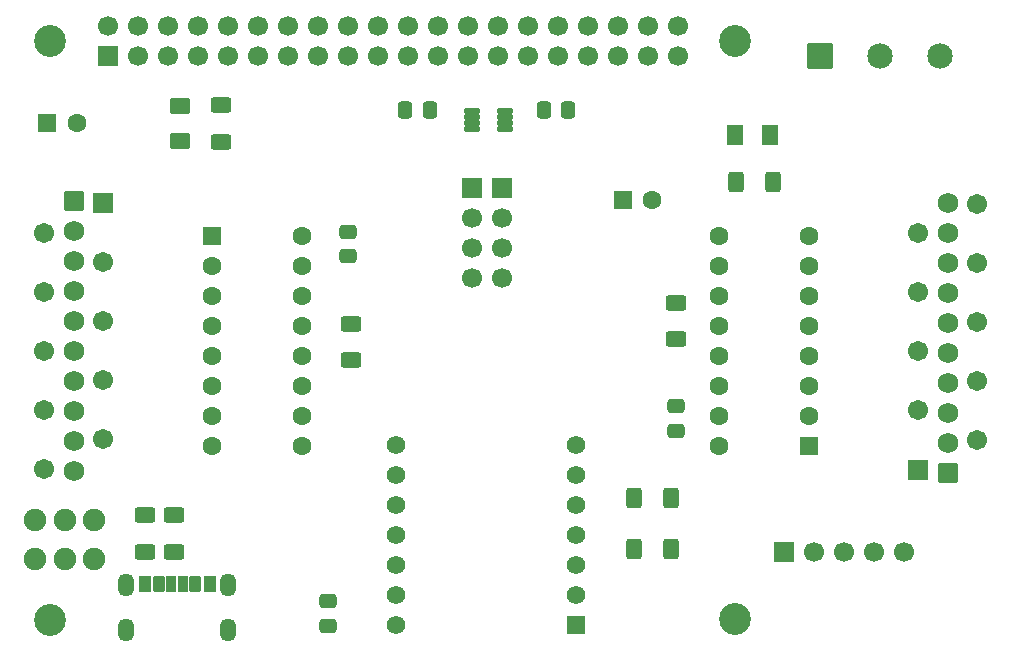
<source format=gbr>
%TF.GenerationSoftware,KiCad,Pcbnew,9.0.6*%
%TF.CreationDate,2025-11-29T13:47:23-05:00*%
%TF.ProjectId,SPI_Hat,5350495f-4861-4742-9e6b-696361645f70,rev?*%
%TF.SameCoordinates,Original*%
%TF.FileFunction,Soldermask,Top*%
%TF.FilePolarity,Negative*%
%FSLAX46Y46*%
G04 Gerber Fmt 4.6, Leading zero omitted, Abs format (unit mm)*
G04 Created by KiCad (PCBNEW 9.0.6) date 2025-11-29 13:47:23*
%MOMM*%
%LPD*%
G01*
G04 APERTURE LIST*
G04 Aperture macros list*
%AMRoundRect*
0 Rectangle with rounded corners*
0 $1 Rounding radius*
0 $2 $3 $4 $5 $6 $7 $8 $9 X,Y pos of 4 corners*
0 Add a 4 corners polygon primitive as box body*
4,1,4,$2,$3,$4,$5,$6,$7,$8,$9,$2,$3,0*
0 Add four circle primitives for the rounded corners*
1,1,$1+$1,$2,$3*
1,1,$1+$1,$4,$5*
1,1,$1+$1,$6,$7*
1,1,$1+$1,$8,$9*
0 Add four rect primitives between the rounded corners*
20,1,$1+$1,$2,$3,$4,$5,0*
20,1,$1+$1,$4,$5,$6,$7,0*
20,1,$1+$1,$6,$7,$8,$9,0*
20,1,$1+$1,$8,$9,$2,$3,0*%
G04 Aperture macros list end*
%ADD10R,1.700000X1.700000*%
%ADD11C,1.700000*%
%ADD12RoundRect,0.250000X0.400000X0.625000X-0.400000X0.625000X-0.400000X-0.625000X0.400000X-0.625000X0*%
%ADD13C,2.700000*%
%ADD14RoundRect,0.250001X0.462499X0.624999X-0.462499X0.624999X-0.462499X-0.624999X0.462499X-0.624999X0*%
%ADD15RoundRect,0.102000X-0.350000X-0.600000X0.350000X-0.600000X0.350000X0.600000X-0.350000X0.600000X0*%
%ADD16RoundRect,0.102000X-0.380000X-0.600000X0.380000X-0.600000X0.380000X0.600000X-0.380000X0.600000X0*%
%ADD17RoundRect,0.102000X-0.400000X-0.600000X0.400000X-0.600000X0.400000X0.600000X-0.400000X0.600000X0*%
%ADD18O,1.354000X1.954000*%
%ADD19RoundRect,0.102000X0.679000X0.679000X-0.679000X0.679000X-0.679000X-0.679000X0.679000X-0.679000X0*%
%ADD20C,1.562000*%
%ADD21RoundRect,0.250000X0.550000X0.550000X-0.550000X0.550000X-0.550000X-0.550000X0.550000X-0.550000X0*%
%ADD22C,1.600000*%
%ADD23RoundRect,0.250000X-0.400000X-0.625000X0.400000X-0.625000X0.400000X0.625000X-0.400000X0.625000X0*%
%ADD24RoundRect,0.102000X-0.754000X0.754000X-0.754000X-0.754000X0.754000X-0.754000X0.754000X0.754000X0*%
%ADD25C,1.712000*%
%ADD26RoundRect,0.250000X-0.550000X-0.550000X0.550000X-0.550000X0.550000X0.550000X-0.550000X0.550000X0*%
%ADD27RoundRect,0.250000X-0.625000X0.400000X-0.625000X-0.400000X0.625000X-0.400000X0.625000X0.400000X0*%
%ADD28RoundRect,0.250000X0.625000X-0.400000X0.625000X0.400000X-0.625000X0.400000X-0.625000X-0.400000X0*%
%ADD29RoundRect,0.250000X0.620000X-0.620000X0.620000X0.620000X-0.620000X0.620000X-0.620000X-0.620000X0*%
%ADD30C,1.740000*%
%ADD31C,1.900000*%
%ADD32RoundRect,0.250000X0.337500X0.475000X-0.337500X0.475000X-0.337500X-0.475000X0.337500X-0.475000X0*%
%ADD33RoundRect,0.250000X0.475000X-0.337500X0.475000X0.337500X-0.475000X0.337500X-0.475000X-0.337500X0*%
%ADD34RoundRect,0.250000X-0.475000X0.337500X-0.475000X-0.337500X0.475000X-0.337500X0.475000X0.337500X0*%
%ADD35RoundRect,0.250001X-0.624999X0.462499X-0.624999X-0.462499X0.624999X-0.462499X0.624999X0.462499X0*%
%ADD36RoundRect,0.102000X-0.975000X-0.975000X0.975000X-0.975000X0.975000X0.975000X-0.975000X0.975000X0*%
%ADD37C,2.154000*%
%ADD38RoundRect,0.250000X-0.337500X-0.475000X0.337500X-0.475000X0.337500X0.475000X-0.337500X0.475000X0*%
%ADD39RoundRect,0.059250X0.602750X0.177750X-0.602750X0.177750X-0.602750X-0.177750X0.602750X-0.177750X0*%
%ADD40RoundRect,0.102000X0.754000X-0.754000X0.754000X0.754000X-0.754000X0.754000X-0.754000X-0.754000X0*%
%ADD41RoundRect,0.250000X-0.620000X0.620000X-0.620000X-0.620000X0.620000X-0.620000X0.620000X0.620000X0*%
G04 APERTURE END LIST*
D10*
%TO.C,J1*%
X104370000Y-79770000D03*
D11*
X104370000Y-77230000D03*
X106910000Y-79770000D03*
X106910000Y-77230000D03*
X109450000Y-79770000D03*
X109450000Y-77230000D03*
X111990000Y-79770000D03*
X111990000Y-77230000D03*
X114530000Y-79770000D03*
X114530000Y-77230000D03*
X117070000Y-79770000D03*
X117070000Y-77230000D03*
X119610000Y-79770000D03*
X119610000Y-77230000D03*
X122150000Y-79770000D03*
X122150000Y-77230000D03*
X124690000Y-79770000D03*
X124690000Y-77230000D03*
X127230000Y-79770000D03*
X127230000Y-77230000D03*
X129770000Y-79770000D03*
X129770000Y-77230000D03*
X132310000Y-79770000D03*
X132310000Y-77230000D03*
X134850000Y-79770000D03*
X134850000Y-77230000D03*
X137390000Y-79770000D03*
X137390000Y-77230000D03*
X139930000Y-79770000D03*
X139930000Y-77230000D03*
X142470000Y-79770000D03*
X142470000Y-77230000D03*
X145010000Y-79770000D03*
X145010000Y-77230000D03*
X147550000Y-79770000D03*
X147550000Y-77230000D03*
X150090000Y-79770000D03*
X150090000Y-77230000D03*
X152630000Y-79770000D03*
X152630000Y-77230000D03*
%TD*%
D12*
%TO.C,R8*%
X152050000Y-117250000D03*
X148950000Y-117250000D03*
%TD*%
D13*
%TO.C,H3*%
X157500000Y-127500000D03*
%TD*%
D14*
%TO.C,D2*%
X160487500Y-86500000D03*
X157512500Y-86500000D03*
%TD*%
D15*
%TO.C,5v_in1*%
X109750000Y-124500000D03*
D16*
X111770000Y-124500000D03*
D17*
X113000000Y-124500000D03*
D15*
X110750000Y-124500000D03*
D16*
X108730000Y-124500000D03*
D17*
X107500000Y-124500000D03*
D18*
X105930000Y-124580000D03*
X114570000Y-124580000D03*
X105930000Y-128380000D03*
X114570000Y-128380000D03*
%TD*%
D19*
%TO.C,U3*%
X143990000Y-127953000D03*
D20*
X143990000Y-125413000D03*
X143990000Y-122873000D03*
X143990000Y-120333000D03*
X143990000Y-117793000D03*
X143990000Y-115253000D03*
X143990000Y-112713000D03*
X128750000Y-112713000D03*
X128750000Y-115253000D03*
X128750000Y-117793000D03*
X128750000Y-120333000D03*
X128750000Y-122873000D03*
X128750000Y-125413000D03*
X128750000Y-127953000D03*
%TD*%
D21*
%TO.C,U2*%
X163750000Y-112780000D03*
D22*
X163750000Y-110240000D03*
X163750000Y-107700000D03*
X163750000Y-105160000D03*
X163750000Y-102620000D03*
X163750000Y-100080000D03*
X163750000Y-97540000D03*
X163750000Y-95000000D03*
X156130000Y-95000000D03*
X156130000Y-97540000D03*
X156130000Y-100080000D03*
X156130000Y-102620000D03*
X156130000Y-105160000D03*
X156130000Y-107700000D03*
X156130000Y-110240000D03*
X156130000Y-112780000D03*
%TD*%
D13*
%TO.C,H4*%
X99474874Y-127525126D03*
%TD*%
D23*
%TO.C,R6*%
X157577000Y-90500000D03*
X160677000Y-90500000D03*
%TD*%
D24*
%TO.C,J3*%
X173000000Y-114810000D03*
D25*
X178000000Y-112310000D03*
X173000000Y-109810000D03*
X178000000Y-107310000D03*
X173000000Y-104810000D03*
X178000000Y-102310000D03*
X173000000Y-99810000D03*
X178000000Y-97310000D03*
X173000000Y-94810000D03*
X178000000Y-92310000D03*
%TD*%
D26*
%TO.C,C4*%
X99250000Y-85500000D03*
D22*
X101750000Y-85500000D03*
%TD*%
D26*
%TO.C,U1*%
X113190000Y-95000000D03*
D22*
X113190000Y-97540000D03*
X113190000Y-100080000D03*
X113190000Y-102620000D03*
X113190000Y-105160000D03*
X113190000Y-107700000D03*
X113190000Y-110240000D03*
X113190000Y-112780000D03*
X120810000Y-112780000D03*
X120810000Y-110240000D03*
X120810000Y-107700000D03*
X120810000Y-105160000D03*
X120810000Y-102620000D03*
X120810000Y-100080000D03*
X120810000Y-97540000D03*
X120810000Y-95000000D03*
%TD*%
D27*
%TO.C,R1*%
X125000000Y-102450000D03*
X125000000Y-105550000D03*
%TD*%
D28*
%TO.C,R2*%
X152500000Y-103800000D03*
X152500000Y-100700000D03*
%TD*%
D27*
%TO.C,R4*%
X107500000Y-118700000D03*
X107500000Y-121800000D03*
%TD*%
D10*
%TO.C,J7*%
X161630000Y-121750000D03*
D11*
X164170000Y-121750000D03*
X166710000Y-121750000D03*
X169250000Y-121750000D03*
X171790000Y-121750000D03*
%TD*%
D29*
%TO.C,J9*%
X175500000Y-115110000D03*
D30*
X175500000Y-112570000D03*
X175500000Y-110030000D03*
X175500000Y-107490000D03*
X175500000Y-104950000D03*
X175500000Y-102410000D03*
X175500000Y-99870000D03*
X175500000Y-97330000D03*
X175500000Y-94790000D03*
X175500000Y-92250000D03*
%TD*%
D26*
%TO.C,C3*%
X148000000Y-92000000D03*
D22*
X150500000Y-92000000D03*
%TD*%
D13*
%TO.C,H1*%
X99500000Y-78500000D03*
%TD*%
D31*
%TO.C,SW1*%
X98250000Y-122400000D03*
X100750000Y-122400000D03*
X103250000Y-122400000D03*
X98250000Y-119100000D03*
X100750000Y-119100000D03*
X103250000Y-119100000D03*
%TD*%
D32*
%TO.C,C5*%
X143382657Y-84404749D03*
X141307657Y-84404749D03*
%TD*%
D33*
%TO.C,C2*%
X124750000Y-96750000D03*
X124750000Y-94675000D03*
%TD*%
D34*
%TO.C,C7*%
X123000000Y-125962500D03*
X123000000Y-128037500D03*
%TD*%
D23*
%TO.C,R7*%
X148950000Y-121500000D03*
X152050000Y-121500000D03*
%TD*%
D35*
%TO.C,D1*%
X110500000Y-84025000D03*
X110500000Y-87000000D03*
%TD*%
D34*
%TO.C,C1*%
X152500000Y-109462500D03*
X152500000Y-111537500D03*
%TD*%
D27*
%TO.C,R5*%
X110000000Y-118700000D03*
X110000000Y-121800000D03*
%TD*%
D36*
%TO.C,J6*%
X164682500Y-79775000D03*
D37*
X169762500Y-79775000D03*
X174842500Y-79775000D03*
%TD*%
D27*
%TO.C,R3*%
X114000000Y-83950000D03*
X114000000Y-87050000D03*
%TD*%
D38*
%TO.C,C6*%
X129557657Y-84404749D03*
X131632657Y-84404749D03*
%TD*%
D10*
%TO.C,J4*%
X137790000Y-90990000D03*
D11*
X137790000Y-93530000D03*
X137790000Y-96070000D03*
X137790000Y-98610000D03*
%TD*%
D13*
%TO.C,H2*%
X157500000Y-78500000D03*
%TD*%
D39*
%TO.C,U4*%
X138057657Y-85990842D03*
X138057657Y-85490842D03*
X138057657Y-84990842D03*
X138057657Y-84490842D03*
X135247657Y-84490842D03*
X135247657Y-84990842D03*
X135247657Y-85490842D03*
X135247657Y-85990842D03*
%TD*%
D10*
%TO.C,J5*%
X135250000Y-91000000D03*
D11*
X135250000Y-93540000D03*
X135250000Y-96080000D03*
X135250000Y-98620000D03*
%TD*%
D40*
%TO.C,J2*%
X104000000Y-92250000D03*
D25*
X99000000Y-94750000D03*
X104000000Y-97250000D03*
X99000000Y-99750000D03*
X104000000Y-102250000D03*
X99000000Y-104750000D03*
X104000000Y-107250000D03*
X99000000Y-109750000D03*
X104000000Y-112250000D03*
X99000000Y-114750000D03*
%TD*%
D41*
%TO.C,J8*%
X101500000Y-92070000D03*
D30*
X101500000Y-94610000D03*
X101500000Y-97150000D03*
X101500000Y-99690000D03*
X101500000Y-102230000D03*
X101500000Y-104770000D03*
X101500000Y-107310000D03*
X101500000Y-109850000D03*
X101500000Y-112390000D03*
X101500000Y-114930000D03*
%TD*%
M02*

</source>
